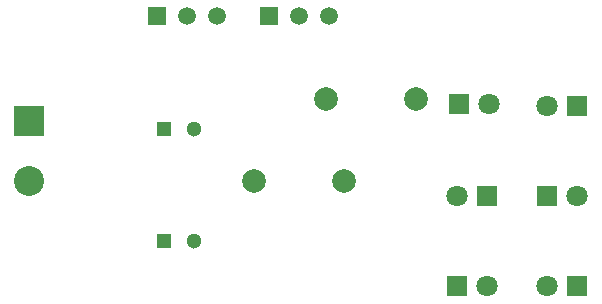
<source format=gbr>
%TF.GenerationSoftware,KiCad,Pcbnew,(5.1.6)-1*%
%TF.CreationDate,2020-09-07T12:27:48+05:30*%
%TF.ProjectId,using 2n222a,7573696e-6720-4326-9e32-3232612e6b69,rev?*%
%TF.SameCoordinates,Original*%
%TF.FileFunction,Copper,L1,Top*%
%TF.FilePolarity,Positive*%
%FSLAX46Y46*%
G04 Gerber Fmt 4.6, Leading zero omitted, Abs format (unit mm)*
G04 Created by KiCad (PCBNEW (5.1.6)-1) date 2020-09-07 12:27:48*
%MOMM*%
%LPD*%
G01*
G04 APERTURE LIST*
%TA.AperFunction,ComponentPad*%
%ADD10C,1.300000*%
%TD*%
%TA.AperFunction,ComponentPad*%
%ADD11R,1.300000X1.300000*%
%TD*%
%TA.AperFunction,ComponentPad*%
%ADD12R,1.800000X1.800000*%
%TD*%
%TA.AperFunction,ComponentPad*%
%ADD13C,1.800000*%
%TD*%
%TA.AperFunction,ComponentPad*%
%ADD14R,2.540000X2.540000*%
%TD*%
%TA.AperFunction,ComponentPad*%
%ADD15C,2.540000*%
%TD*%
%TA.AperFunction,ComponentPad*%
%ADD16C,1.520000*%
%TD*%
%TA.AperFunction,ComponentPad*%
%ADD17R,1.520000X1.520000*%
%TD*%
%TA.AperFunction,ComponentPad*%
%ADD18C,1.998980*%
%TD*%
%TA.AperFunction,Conductor*%
%ADD19C,0.400000*%
%TD*%
G04 APERTURE END LIST*
D10*
%TO.P,C1,2*%
%TO.N,Net-(C1-Pad2)*%
X150455000Y-117475000D03*
D11*
%TO.P,C1,1*%
%TO.N,Net-(C1-Pad1)*%
X147955000Y-117475000D03*
%TD*%
D10*
%TO.P,C2,2*%
%TO.N,Net-(C2-Pad2)*%
X150455000Y-107950000D03*
D11*
%TO.P,C2,1*%
%TO.N,Net-(C2-Pad1)*%
X147955000Y-107950000D03*
%TD*%
D12*
%TO.P,D1,1*%
%TO.N,Net-(D1-Pad1)*%
X172925001Y-105900000D03*
D13*
%TO.P,D1,2*%
%TO.N,Net-(D1-Pad2)*%
X175465001Y-105900000D03*
%TD*%
D12*
%TO.P,D2,1*%
%TO.N,Net-(D2-Pad1)*%
X175260000Y-113665000D03*
D13*
%TO.P,D2,2*%
%TO.N,Net-(D1-Pad1)*%
X172720000Y-113665000D03*
%TD*%
D12*
%TO.P,D3,1*%
%TO.N,Net-(C1-Pad1)*%
X172720000Y-121285000D03*
D13*
%TO.P,D3,2*%
%TO.N,Net-(D2-Pad1)*%
X175260000Y-121285000D03*
%TD*%
D12*
%TO.P,D4,1*%
%TO.N,Net-(D4-Pad1)*%
X182880000Y-106045000D03*
D13*
%TO.P,D4,2*%
%TO.N,Net-(D1-Pad2)*%
X180340000Y-106045000D03*
%TD*%
D12*
%TO.P,D5,1*%
%TO.N,Net-(D5-Pad1)*%
X180340000Y-113665000D03*
D13*
%TO.P,D5,2*%
%TO.N,Net-(D4-Pad1)*%
X182880000Y-113665000D03*
%TD*%
D12*
%TO.P,D6,1*%
%TO.N,Net-(C2-Pad1)*%
X182880000Y-121285000D03*
D13*
%TO.P,D6,2*%
%TO.N,Net-(D5-Pad1)*%
X180340000Y-121285000D03*
%TD*%
D14*
%TO.P,J1,1*%
%TO.N,Net-(D1-Pad2)*%
X136525000Y-107315000D03*
D15*
%TO.P,J1,2*%
%TO.N,Net-(J1-Pad2)*%
X136525000Y-112395000D03*
%TD*%
D16*
%TO.P,Q1,2*%
%TO.N,Net-(C2-Pad2)*%
X149860000Y-98425000D03*
%TO.P,Q1,3*%
%TO.N,Net-(C1-Pad1)*%
X152400000Y-98425000D03*
D17*
%TO.P,Q1,1*%
%TO.N,Net-(J1-Pad2)*%
X147320000Y-98425000D03*
%TD*%
D16*
%TO.P,Q2,2*%
%TO.N,Net-(C1-Pad2)*%
X159385000Y-98425000D03*
%TO.P,Q2,3*%
%TO.N,Net-(C2-Pad1)*%
X161925000Y-98425000D03*
D17*
%TO.P,Q2,1*%
%TO.N,Net-(J1-Pad2)*%
X156845000Y-98425000D03*
%TD*%
D18*
%TO.P,R1,1*%
%TO.N,Net-(D1-Pad2)*%
X161675001Y-105440120D03*
%TO.P,R1,2*%
%TO.N,Net-(C1-Pad2)*%
X169295001Y-105440120D03*
%TD*%
%TO.P,R2,1*%
%TO.N,Net-(D1-Pad2)*%
X163195000Y-112395000D03*
%TO.P,R2,2*%
%TO.N,Net-(C2-Pad2)*%
X155575000Y-112395000D03*
%TD*%
D19*
%TO.N,Net-(D1-Pad2)*%
X136525000Y-107315000D02*
X136525000Y-106680000D01*
%TD*%
M02*

</source>
